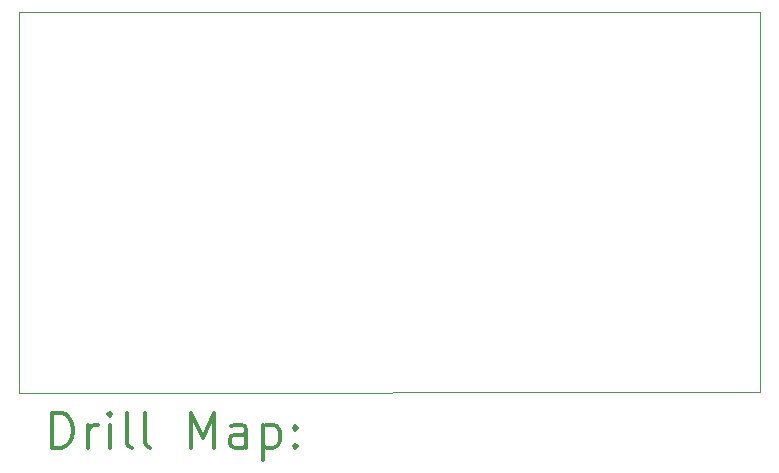
<source format=gbr>
%FSLAX45Y45*%
G04 Gerber Fmt 4.5, Leading zero omitted, Abs format (unit mm)*
G04 Created by KiCad (PCBNEW (5.1.5-0-10_14)) date 2020-05-18 10:40:35*
%MOMM*%
%LPD*%
G04 APERTURE LIST*
%TA.AperFunction,Profile*%
%ADD10C,0.100000*%
%TD*%
%ADD11C,0.200000*%
%ADD12C,0.300000*%
G04 APERTURE END LIST*
D10*
X8331200Y-2057400D02*
X2062480Y-2052320D01*
X8331200Y-5270500D02*
X8331200Y-2057400D01*
X2059940Y-5275580D02*
X8331200Y-5270500D01*
X2062480Y-2052320D02*
X2059940Y-5275580D01*
D11*
D12*
X2341368Y-5746294D02*
X2341368Y-5446294D01*
X2412797Y-5446294D01*
X2455654Y-5460580D01*
X2484226Y-5489152D01*
X2498511Y-5517723D01*
X2512797Y-5574866D01*
X2512797Y-5617723D01*
X2498511Y-5674866D01*
X2484226Y-5703437D01*
X2455654Y-5732009D01*
X2412797Y-5746294D01*
X2341368Y-5746294D01*
X2641368Y-5746294D02*
X2641368Y-5546294D01*
X2641368Y-5603437D02*
X2655654Y-5574866D01*
X2669940Y-5560580D01*
X2698511Y-5546294D01*
X2727083Y-5546294D01*
X2827083Y-5746294D02*
X2827083Y-5546294D01*
X2827083Y-5446294D02*
X2812797Y-5460580D01*
X2827083Y-5474866D01*
X2841368Y-5460580D01*
X2827083Y-5446294D01*
X2827083Y-5474866D01*
X3012797Y-5746294D02*
X2984226Y-5732009D01*
X2969940Y-5703437D01*
X2969940Y-5446294D01*
X3169940Y-5746294D02*
X3141368Y-5732009D01*
X3127083Y-5703437D01*
X3127083Y-5446294D01*
X3512797Y-5746294D02*
X3512797Y-5446294D01*
X3612797Y-5660580D01*
X3712797Y-5446294D01*
X3712797Y-5746294D01*
X3984226Y-5746294D02*
X3984226Y-5589152D01*
X3969940Y-5560580D01*
X3941368Y-5546294D01*
X3884226Y-5546294D01*
X3855654Y-5560580D01*
X3984226Y-5732009D02*
X3955654Y-5746294D01*
X3884226Y-5746294D01*
X3855654Y-5732009D01*
X3841368Y-5703437D01*
X3841368Y-5674866D01*
X3855654Y-5646294D01*
X3884226Y-5632009D01*
X3955654Y-5632009D01*
X3984226Y-5617723D01*
X4127083Y-5546294D02*
X4127083Y-5846294D01*
X4127083Y-5560580D02*
X4155654Y-5546294D01*
X4212797Y-5546294D01*
X4241368Y-5560580D01*
X4255654Y-5574866D01*
X4269940Y-5603437D01*
X4269940Y-5689151D01*
X4255654Y-5717723D01*
X4241368Y-5732009D01*
X4212797Y-5746294D01*
X4155654Y-5746294D01*
X4127083Y-5732009D01*
X4398511Y-5717723D02*
X4412797Y-5732009D01*
X4398511Y-5746294D01*
X4384226Y-5732009D01*
X4398511Y-5717723D01*
X4398511Y-5746294D01*
X4398511Y-5560580D02*
X4412797Y-5574866D01*
X4398511Y-5589152D01*
X4384226Y-5574866D01*
X4398511Y-5560580D01*
X4398511Y-5589152D01*
M02*

</source>
